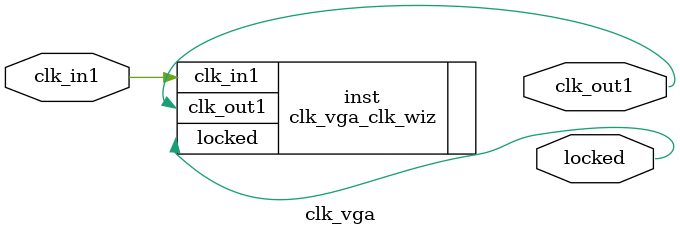
<source format=v>


`timescale 1ps/1ps

(* CORE_GENERATION_INFO = "clk_vga,clk_wiz_v6_0_3_0_0,{component_name=clk_vga,use_phase_alignment=true,use_min_o_jitter=false,use_max_i_jitter=false,use_dyn_phase_shift=false,use_inclk_switchover=false,use_dyn_reconfig=false,enable_axi=0,feedback_source=FDBK_AUTO,PRIMITIVE=MMCM,num_out_clk=1,clkin1_period=10.000,clkin2_period=10.000,use_power_down=false,use_reset=false,use_locked=true,use_inclk_stopped=false,feedback_type=SINGLE,CLOCK_MGR_TYPE=NA,manual_override=false}" *)

module clk_vga 
 (
  // Clock out ports
  output        clk_out1,
  // Status and control signals
  output        locked,
 // Clock in ports
  input         clk_in1
 );

  clk_vga_clk_wiz inst
  (
  // Clock out ports  
  .clk_out1(clk_out1),
  // Status and control signals               
  .locked(locked),
 // Clock in ports
  .clk_in1(clk_in1)
  );

endmodule

</source>
